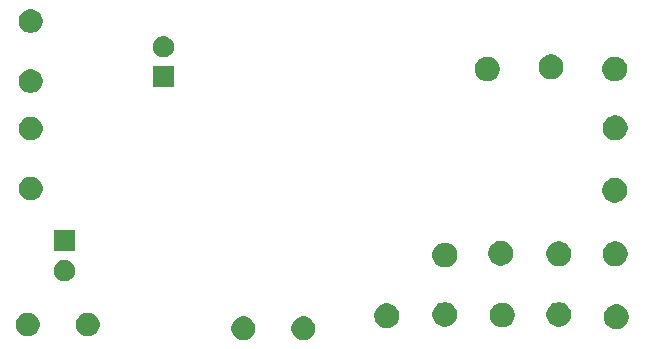
<source format=gbr>
G04 #@! TF.GenerationSoftware,KiCad,Pcbnew,(5.1.5-0)*
G04 #@! TF.CreationDate,2020-04-26T22:39:23-07:00*
G04 #@! TF.ProjectId,Solar-Battery-Charger,536f6c61-722d-4426-9174-746572792d43,rev?*
G04 #@! TF.SameCoordinates,Original*
G04 #@! TF.FileFunction,Soldermask,Bot*
G04 #@! TF.FilePolarity,Negative*
%FSLAX46Y46*%
G04 Gerber Fmt 4.6, Leading zero omitted, Abs format (unit mm)*
G04 Created by KiCad (PCBNEW (5.1.5-0)) date 2020-04-26 22:39:23*
%MOMM*%
%LPD*%
G04 APERTURE LIST*
%ADD10C,0.100000*%
G04 APERTURE END LIST*
D10*
G36*
X203478825Y-116197588D02*
G01*
X203645110Y-116230663D01*
X203827736Y-116306309D01*
X203992094Y-116416130D01*
X204131870Y-116555906D01*
X204241691Y-116720264D01*
X204317337Y-116902890D01*
X204344174Y-117037811D01*
X204352208Y-117078200D01*
X204355900Y-117096764D01*
X204355900Y-117294436D01*
X204317337Y-117488310D01*
X204241691Y-117670936D01*
X204131870Y-117835294D01*
X203992094Y-117975070D01*
X203827736Y-118084891D01*
X203645110Y-118160537D01*
X203478825Y-118193612D01*
X203451237Y-118199100D01*
X203253563Y-118199100D01*
X203225975Y-118193612D01*
X203059690Y-118160537D01*
X202877064Y-118084891D01*
X202712706Y-117975070D01*
X202572930Y-117835294D01*
X202463109Y-117670936D01*
X202387463Y-117488310D01*
X202348900Y-117294436D01*
X202348900Y-117096764D01*
X202352593Y-117078200D01*
X202360626Y-117037811D01*
X202387463Y-116902890D01*
X202463109Y-116720264D01*
X202572930Y-116555906D01*
X202712706Y-116416130D01*
X202877064Y-116306309D01*
X203059690Y-116230663D01*
X203225975Y-116197588D01*
X203253563Y-116192100D01*
X203451237Y-116192100D01*
X203478825Y-116197588D01*
G37*
G36*
X198398825Y-116197588D02*
G01*
X198565110Y-116230663D01*
X198747736Y-116306309D01*
X198912094Y-116416130D01*
X199051870Y-116555906D01*
X199161691Y-116720264D01*
X199237337Y-116902890D01*
X199264174Y-117037811D01*
X199272208Y-117078200D01*
X199275900Y-117096764D01*
X199275900Y-117294436D01*
X199237337Y-117488310D01*
X199161691Y-117670936D01*
X199051870Y-117835294D01*
X198912094Y-117975070D01*
X198747736Y-118084891D01*
X198565110Y-118160537D01*
X198398825Y-118193612D01*
X198371237Y-118199100D01*
X198173563Y-118199100D01*
X198145975Y-118193612D01*
X197979690Y-118160537D01*
X197797064Y-118084891D01*
X197632706Y-117975070D01*
X197492930Y-117835294D01*
X197383109Y-117670936D01*
X197307463Y-117488310D01*
X197268900Y-117294436D01*
X197268900Y-117096764D01*
X197272593Y-117078200D01*
X197280626Y-117037811D01*
X197307463Y-116902890D01*
X197383109Y-116720264D01*
X197492930Y-116555906D01*
X197632706Y-116416130D01*
X197797064Y-116306309D01*
X197979690Y-116230663D01*
X198145975Y-116197588D01*
X198173563Y-116192100D01*
X198371237Y-116192100D01*
X198398825Y-116197588D01*
G37*
G36*
X180161625Y-115892788D02*
G01*
X180327910Y-115925863D01*
X180510536Y-116001509D01*
X180674894Y-116111330D01*
X180814670Y-116251106D01*
X180924491Y-116415464D01*
X181000137Y-116598090D01*
X181038700Y-116791964D01*
X181038700Y-116989636D01*
X181000137Y-117183510D01*
X180924491Y-117366136D01*
X180814670Y-117530494D01*
X180674894Y-117670270D01*
X180510536Y-117780091D01*
X180327910Y-117855737D01*
X180161625Y-117888812D01*
X180134037Y-117894300D01*
X179936363Y-117894300D01*
X179908775Y-117888812D01*
X179742490Y-117855737D01*
X179559864Y-117780091D01*
X179395506Y-117670270D01*
X179255730Y-117530494D01*
X179145909Y-117366136D01*
X179070263Y-117183510D01*
X179031700Y-116989636D01*
X179031700Y-116791964D01*
X179070263Y-116598090D01*
X179145909Y-116415464D01*
X179255730Y-116251106D01*
X179395506Y-116111330D01*
X179559864Y-116001509D01*
X179742490Y-115925863D01*
X179908775Y-115892788D01*
X179936363Y-115887300D01*
X180134037Y-115887300D01*
X180161625Y-115892788D01*
G37*
G36*
X185241625Y-115892788D02*
G01*
X185407910Y-115925863D01*
X185590536Y-116001509D01*
X185754894Y-116111330D01*
X185894670Y-116251106D01*
X186004491Y-116415464D01*
X186080137Y-116598090D01*
X186118700Y-116791964D01*
X186118700Y-116989636D01*
X186080137Y-117183510D01*
X186004491Y-117366136D01*
X185894670Y-117530494D01*
X185754894Y-117670270D01*
X185590536Y-117780091D01*
X185407910Y-117855737D01*
X185241625Y-117888812D01*
X185214037Y-117894300D01*
X185016363Y-117894300D01*
X184988775Y-117888812D01*
X184822490Y-117855737D01*
X184639864Y-117780091D01*
X184475506Y-117670270D01*
X184335730Y-117530494D01*
X184225909Y-117366136D01*
X184150263Y-117183510D01*
X184111700Y-116989636D01*
X184111700Y-116791964D01*
X184150263Y-116598090D01*
X184225909Y-116415464D01*
X184335730Y-116251106D01*
X184475506Y-116111330D01*
X184639864Y-116001509D01*
X184822490Y-115925863D01*
X184988775Y-115892788D01*
X185016363Y-115887300D01*
X185214037Y-115887300D01*
X185241625Y-115892788D01*
G37*
G36*
X230176564Y-115219789D02*
G01*
X230277589Y-115261635D01*
X230367835Y-115299016D01*
X230539973Y-115414035D01*
X230686365Y-115560427D01*
X230793413Y-115720635D01*
X230801385Y-115732567D01*
X230880611Y-115923836D01*
X230921000Y-116126884D01*
X230921000Y-116333916D01*
X230880611Y-116536964D01*
X230855291Y-116598091D01*
X230801384Y-116728235D01*
X230686365Y-116900373D01*
X230539973Y-117046765D01*
X230367835Y-117161784D01*
X230367834Y-117161785D01*
X230367833Y-117161785D01*
X230176564Y-117241011D01*
X229973516Y-117281400D01*
X229766484Y-117281400D01*
X229563436Y-117241011D01*
X229372167Y-117161785D01*
X229372166Y-117161785D01*
X229372165Y-117161784D01*
X229200027Y-117046765D01*
X229053635Y-116900373D01*
X228938616Y-116728235D01*
X228884709Y-116598091D01*
X228859389Y-116536964D01*
X228819000Y-116333916D01*
X228819000Y-116126884D01*
X228859389Y-115923836D01*
X228938615Y-115732567D01*
X228946588Y-115720635D01*
X229053635Y-115560427D01*
X229200027Y-115414035D01*
X229372165Y-115299016D01*
X229462411Y-115261635D01*
X229563436Y-115219789D01*
X229766484Y-115179400D01*
X229973516Y-115179400D01*
X230176564Y-115219789D01*
G37*
G36*
X210720164Y-115118189D02*
G01*
X210911433Y-115197415D01*
X210911435Y-115197416D01*
X211083573Y-115312435D01*
X211229965Y-115458827D01*
X211311041Y-115580165D01*
X211344985Y-115630967D01*
X211424211Y-115822236D01*
X211464600Y-116025284D01*
X211464600Y-116232316D01*
X211424211Y-116435364D01*
X211374281Y-116555906D01*
X211344984Y-116626635D01*
X211229965Y-116798773D01*
X211083573Y-116945165D01*
X210911435Y-117060184D01*
X210911434Y-117060185D01*
X210911433Y-117060185D01*
X210720164Y-117139411D01*
X210517116Y-117179800D01*
X210310084Y-117179800D01*
X210107036Y-117139411D01*
X209915767Y-117060185D01*
X209915766Y-117060185D01*
X209915765Y-117060184D01*
X209743627Y-116945165D01*
X209597235Y-116798773D01*
X209482216Y-116626635D01*
X209452919Y-116555906D01*
X209402989Y-116435364D01*
X209362600Y-116232316D01*
X209362600Y-116025284D01*
X209402989Y-115822236D01*
X209482215Y-115630967D01*
X209516160Y-115580165D01*
X209597235Y-115458827D01*
X209743627Y-115312435D01*
X209915765Y-115197416D01*
X209915767Y-115197415D01*
X210107036Y-115118189D01*
X210310084Y-115077800D01*
X210517116Y-115077800D01*
X210720164Y-115118189D01*
G37*
G36*
X220524564Y-115067389D02*
G01*
X220715833Y-115146615D01*
X220715835Y-115146616D01*
X220887973Y-115261635D01*
X221034365Y-115408027D01*
X221115441Y-115529365D01*
X221149385Y-115580167D01*
X221228611Y-115771436D01*
X221269000Y-115974484D01*
X221269000Y-116181516D01*
X221228611Y-116384564D01*
X221157639Y-116555906D01*
X221149384Y-116575835D01*
X221034365Y-116747973D01*
X220887973Y-116894365D01*
X220715835Y-117009384D01*
X220715834Y-117009385D01*
X220715833Y-117009385D01*
X220524564Y-117088611D01*
X220321516Y-117129000D01*
X220114484Y-117129000D01*
X219911436Y-117088611D01*
X219720167Y-117009385D01*
X219720166Y-117009385D01*
X219720165Y-117009384D01*
X219548027Y-116894365D01*
X219401635Y-116747973D01*
X219286616Y-116575835D01*
X219278361Y-116555906D01*
X219207389Y-116384564D01*
X219167000Y-116181516D01*
X219167000Y-115974484D01*
X219207389Y-115771436D01*
X219286615Y-115580167D01*
X219320560Y-115529365D01*
X219401635Y-115408027D01*
X219548027Y-115261635D01*
X219720165Y-115146616D01*
X219720167Y-115146615D01*
X219911436Y-115067389D01*
X220114484Y-115027000D01*
X220321516Y-115027000D01*
X220524564Y-115067389D01*
G37*
G36*
X225299764Y-115016589D02*
G01*
X225491033Y-115095815D01*
X225491035Y-115095816D01*
X225616127Y-115179400D01*
X225663173Y-115210835D01*
X225809565Y-115357227D01*
X225924585Y-115529367D01*
X226003811Y-115720636D01*
X226044200Y-115923684D01*
X226044200Y-116130716D01*
X226003811Y-116333764D01*
X225924585Y-116525033D01*
X225924584Y-116525035D01*
X225809565Y-116697173D01*
X225663173Y-116843565D01*
X225491035Y-116958584D01*
X225491034Y-116958585D01*
X225491033Y-116958585D01*
X225299764Y-117037811D01*
X225096716Y-117078200D01*
X224889684Y-117078200D01*
X224686636Y-117037811D01*
X224495367Y-116958585D01*
X224495366Y-116958585D01*
X224495365Y-116958584D01*
X224323227Y-116843565D01*
X224176835Y-116697173D01*
X224061816Y-116525035D01*
X224061815Y-116525033D01*
X223982589Y-116333764D01*
X223942200Y-116130716D01*
X223942200Y-115923684D01*
X223982589Y-115720636D01*
X224061815Y-115529367D01*
X224176835Y-115357227D01*
X224323227Y-115210835D01*
X224370273Y-115179400D01*
X224495365Y-115095816D01*
X224495367Y-115095815D01*
X224686636Y-115016589D01*
X224889684Y-114976200D01*
X225096716Y-114976200D01*
X225299764Y-115016589D01*
G37*
G36*
X215647764Y-115016589D02*
G01*
X215839033Y-115095815D01*
X215839035Y-115095816D01*
X215964127Y-115179400D01*
X216011173Y-115210835D01*
X216157565Y-115357227D01*
X216272585Y-115529367D01*
X216351811Y-115720636D01*
X216392200Y-115923684D01*
X216392200Y-116130716D01*
X216351811Y-116333764D01*
X216272585Y-116525033D01*
X216272584Y-116525035D01*
X216157565Y-116697173D01*
X216011173Y-116843565D01*
X215839035Y-116958584D01*
X215839034Y-116958585D01*
X215839033Y-116958585D01*
X215647764Y-117037811D01*
X215444716Y-117078200D01*
X215237684Y-117078200D01*
X215034636Y-117037811D01*
X214843367Y-116958585D01*
X214843366Y-116958585D01*
X214843365Y-116958584D01*
X214671227Y-116843565D01*
X214524835Y-116697173D01*
X214409816Y-116525035D01*
X214409815Y-116525033D01*
X214330589Y-116333764D01*
X214290200Y-116130716D01*
X214290200Y-115923684D01*
X214330589Y-115720636D01*
X214409815Y-115529367D01*
X214524835Y-115357227D01*
X214671227Y-115210835D01*
X214718273Y-115179400D01*
X214843365Y-115095816D01*
X214843367Y-115095815D01*
X215034636Y-115016589D01*
X215237684Y-114976200D01*
X215444716Y-114976200D01*
X215647764Y-115016589D01*
G37*
G36*
X183247512Y-111422727D02*
G01*
X183396812Y-111452424D01*
X183560784Y-111520344D01*
X183708354Y-111618947D01*
X183833853Y-111744446D01*
X183932456Y-111892016D01*
X184000376Y-112055988D01*
X184035000Y-112230059D01*
X184035000Y-112407541D01*
X184000376Y-112581612D01*
X183932456Y-112745584D01*
X183833853Y-112893154D01*
X183708354Y-113018653D01*
X183560784Y-113117256D01*
X183396812Y-113185176D01*
X183247512Y-113214873D01*
X183222742Y-113219800D01*
X183045258Y-113219800D01*
X183020488Y-113214873D01*
X182871188Y-113185176D01*
X182707216Y-113117256D01*
X182559646Y-113018653D01*
X182434147Y-112893154D01*
X182335544Y-112745584D01*
X182267624Y-112581612D01*
X182233000Y-112407541D01*
X182233000Y-112230059D01*
X182267624Y-112055988D01*
X182335544Y-111892016D01*
X182434147Y-111744446D01*
X182559646Y-111618947D01*
X182707216Y-111520344D01*
X182871188Y-111452424D01*
X183020488Y-111422727D01*
X183045258Y-111417800D01*
X183222742Y-111417800D01*
X183247512Y-111422727D01*
G37*
G36*
X215647764Y-109987389D02*
G01*
X215748789Y-110029235D01*
X215839035Y-110066616D01*
X216011173Y-110181635D01*
X216157565Y-110328027D01*
X216170754Y-110347765D01*
X216272585Y-110500167D01*
X216351811Y-110691436D01*
X216392200Y-110894484D01*
X216392200Y-111101516D01*
X216351811Y-111304564D01*
X216290565Y-111452425D01*
X216272584Y-111495835D01*
X216157565Y-111667973D01*
X216011173Y-111814365D01*
X215839035Y-111929384D01*
X215839034Y-111929385D01*
X215839033Y-111929385D01*
X215647764Y-112008611D01*
X215444716Y-112049000D01*
X215237684Y-112049000D01*
X215034636Y-112008611D01*
X214843367Y-111929385D01*
X214843366Y-111929385D01*
X214843365Y-111929384D01*
X214671227Y-111814365D01*
X214524835Y-111667973D01*
X214409816Y-111495835D01*
X214391835Y-111452425D01*
X214330589Y-111304564D01*
X214290200Y-111101516D01*
X214290200Y-110894484D01*
X214330589Y-110691436D01*
X214409815Y-110500167D01*
X214511647Y-110347765D01*
X214524835Y-110328027D01*
X214671227Y-110181635D01*
X214843365Y-110066616D01*
X214933611Y-110029235D01*
X215034636Y-109987389D01*
X215237684Y-109947000D01*
X215444716Y-109947000D01*
X215647764Y-109987389D01*
G37*
G36*
X230074964Y-109885789D02*
G01*
X230266233Y-109965015D01*
X230266235Y-109965016D01*
X230438373Y-110080035D01*
X230584765Y-110226427D01*
X230665841Y-110347765D01*
X230699785Y-110398567D01*
X230779011Y-110589836D01*
X230819400Y-110792884D01*
X230819400Y-110999916D01*
X230779011Y-111202964D01*
X230720827Y-111343433D01*
X230699784Y-111394235D01*
X230584765Y-111566373D01*
X230438373Y-111712765D01*
X230266235Y-111827784D01*
X230266234Y-111827785D01*
X230266233Y-111827785D01*
X230074964Y-111907011D01*
X229871916Y-111947400D01*
X229664884Y-111947400D01*
X229461836Y-111907011D01*
X229270567Y-111827785D01*
X229270566Y-111827785D01*
X229270565Y-111827784D01*
X229098427Y-111712765D01*
X228952035Y-111566373D01*
X228837016Y-111394235D01*
X228815973Y-111343433D01*
X228757789Y-111202964D01*
X228717400Y-110999916D01*
X228717400Y-110792884D01*
X228757789Y-110589836D01*
X228837015Y-110398567D01*
X228870960Y-110347765D01*
X228952035Y-110226427D01*
X229098427Y-110080035D01*
X229270565Y-109965016D01*
X229270567Y-109965015D01*
X229461836Y-109885789D01*
X229664884Y-109845400D01*
X229871916Y-109845400D01*
X230074964Y-109885789D01*
G37*
G36*
X225299764Y-109885789D02*
G01*
X225491033Y-109965015D01*
X225491035Y-109965016D01*
X225663173Y-110080035D01*
X225809565Y-110226427D01*
X225890641Y-110347765D01*
X225924585Y-110398567D01*
X226003811Y-110589836D01*
X226044200Y-110792884D01*
X226044200Y-110999916D01*
X226003811Y-111202964D01*
X225945627Y-111343433D01*
X225924584Y-111394235D01*
X225809565Y-111566373D01*
X225663173Y-111712765D01*
X225491035Y-111827784D01*
X225491034Y-111827785D01*
X225491033Y-111827785D01*
X225299764Y-111907011D01*
X225096716Y-111947400D01*
X224889684Y-111947400D01*
X224686636Y-111907011D01*
X224495367Y-111827785D01*
X224495366Y-111827785D01*
X224495365Y-111827784D01*
X224323227Y-111712765D01*
X224176835Y-111566373D01*
X224061816Y-111394235D01*
X224040773Y-111343433D01*
X223982589Y-111202964D01*
X223942200Y-110999916D01*
X223942200Y-110792884D01*
X223982589Y-110589836D01*
X224061815Y-110398567D01*
X224095760Y-110347765D01*
X224176835Y-110226427D01*
X224323227Y-110080035D01*
X224495365Y-109965016D01*
X224495367Y-109965015D01*
X224686636Y-109885789D01*
X224889684Y-109845400D01*
X225096716Y-109845400D01*
X225299764Y-109885789D01*
G37*
G36*
X220372164Y-109834989D02*
G01*
X220563433Y-109914215D01*
X220563435Y-109914216D01*
X220735573Y-110029235D01*
X220881965Y-110175627D01*
X220996985Y-110347767D01*
X221076211Y-110539036D01*
X221116600Y-110742084D01*
X221116600Y-110949116D01*
X221076211Y-111152164D01*
X220996985Y-111343433D01*
X220996984Y-111343435D01*
X220881965Y-111515573D01*
X220735573Y-111661965D01*
X220563435Y-111776984D01*
X220563434Y-111776985D01*
X220563433Y-111776985D01*
X220372164Y-111856211D01*
X220169116Y-111896600D01*
X219962084Y-111896600D01*
X219759036Y-111856211D01*
X219567767Y-111776985D01*
X219567766Y-111776985D01*
X219567765Y-111776984D01*
X219395627Y-111661965D01*
X219249235Y-111515573D01*
X219134216Y-111343435D01*
X219134215Y-111343433D01*
X219054989Y-111152164D01*
X219014600Y-110949116D01*
X219014600Y-110742084D01*
X219054989Y-110539036D01*
X219134215Y-110347767D01*
X219249235Y-110175627D01*
X219395627Y-110029235D01*
X219567765Y-109914216D01*
X219567767Y-109914215D01*
X219759036Y-109834989D01*
X219962084Y-109794600D01*
X220169116Y-109794600D01*
X220372164Y-109834989D01*
G37*
G36*
X184035000Y-110679800D02*
G01*
X182233000Y-110679800D01*
X182233000Y-108877800D01*
X184035000Y-108877800D01*
X184035000Y-110679800D01*
G37*
G36*
X230024164Y-104500989D02*
G01*
X230214262Y-104579730D01*
X230215435Y-104580216D01*
X230387573Y-104695235D01*
X230533965Y-104841627D01*
X230648985Y-105013767D01*
X230728211Y-105205036D01*
X230768600Y-105408084D01*
X230768600Y-105615116D01*
X230728211Y-105818164D01*
X230653351Y-105998892D01*
X230648984Y-106009435D01*
X230533965Y-106181573D01*
X230387573Y-106327965D01*
X230215435Y-106442984D01*
X230215434Y-106442985D01*
X230215433Y-106442985D01*
X230024164Y-106522211D01*
X229821116Y-106562600D01*
X229614084Y-106562600D01*
X229411036Y-106522211D01*
X229219767Y-106442985D01*
X229219766Y-106442985D01*
X229219765Y-106442984D01*
X229047627Y-106327965D01*
X228901235Y-106181573D01*
X228786216Y-106009435D01*
X228781849Y-105998892D01*
X228706989Y-105818164D01*
X228666600Y-105615116D01*
X228666600Y-105408084D01*
X228706989Y-105205036D01*
X228786215Y-105013767D01*
X228901235Y-104841627D01*
X229047627Y-104695235D01*
X229219765Y-104580216D01*
X229220938Y-104579730D01*
X229411036Y-104500989D01*
X229614084Y-104460600D01*
X229821116Y-104460600D01*
X230024164Y-104500989D01*
G37*
G36*
X180415625Y-104361188D02*
G01*
X180581910Y-104394263D01*
X180764536Y-104469909D01*
X180928894Y-104579730D01*
X181068670Y-104719506D01*
X181178491Y-104883864D01*
X181254137Y-105066490D01*
X181292700Y-105260364D01*
X181292700Y-105458036D01*
X181254137Y-105651910D01*
X181178491Y-105834536D01*
X181068670Y-105998894D01*
X180928894Y-106138670D01*
X180764536Y-106248491D01*
X180581910Y-106324137D01*
X180415625Y-106357212D01*
X180388037Y-106362700D01*
X180190363Y-106362700D01*
X180162775Y-106357212D01*
X179996490Y-106324137D01*
X179813864Y-106248491D01*
X179649506Y-106138670D01*
X179509730Y-105998894D01*
X179399909Y-105834536D01*
X179324263Y-105651910D01*
X179285700Y-105458036D01*
X179285700Y-105260364D01*
X179324263Y-105066490D01*
X179399909Y-104883864D01*
X179509730Y-104719506D01*
X179649506Y-104579730D01*
X179813864Y-104469909D01*
X179996490Y-104394263D01*
X180162775Y-104361188D01*
X180190363Y-104355700D01*
X180388037Y-104355700D01*
X180415625Y-104361188D01*
G37*
G36*
X180415625Y-99281188D02*
G01*
X180581910Y-99314263D01*
X180764536Y-99389909D01*
X180928894Y-99499730D01*
X181068670Y-99639506D01*
X181178491Y-99803864D01*
X181254137Y-99986490D01*
X181292700Y-100180364D01*
X181292700Y-100378036D01*
X181254137Y-100571910D01*
X181178491Y-100754536D01*
X181068670Y-100918894D01*
X180928894Y-101058670D01*
X180764536Y-101168491D01*
X180581910Y-101244137D01*
X180415625Y-101277212D01*
X180388037Y-101282700D01*
X180190363Y-101282700D01*
X180162775Y-101277212D01*
X179996490Y-101244137D01*
X179813864Y-101168491D01*
X179649506Y-101058670D01*
X179509730Y-100918894D01*
X179399909Y-100754536D01*
X179324263Y-100571910D01*
X179285700Y-100378036D01*
X179285700Y-100180364D01*
X179324263Y-99986490D01*
X179399909Y-99803864D01*
X179509730Y-99639506D01*
X179649506Y-99499730D01*
X179813864Y-99389909D01*
X179996490Y-99314263D01*
X180162775Y-99281188D01*
X180190363Y-99275700D01*
X180388037Y-99275700D01*
X180415625Y-99281188D01*
G37*
G36*
X230074964Y-99217789D02*
G01*
X230266233Y-99297015D01*
X230266235Y-99297016D01*
X230438373Y-99412035D01*
X230584765Y-99558427D01*
X230638942Y-99639508D01*
X230699785Y-99730567D01*
X230779011Y-99921836D01*
X230819400Y-100124884D01*
X230819400Y-100331916D01*
X230779011Y-100534964D01*
X230699785Y-100726233D01*
X230699784Y-100726235D01*
X230584765Y-100898373D01*
X230438373Y-101044765D01*
X230266235Y-101159784D01*
X230266234Y-101159785D01*
X230266233Y-101159785D01*
X230074964Y-101239011D01*
X229871916Y-101279400D01*
X229664884Y-101279400D01*
X229461836Y-101239011D01*
X229270567Y-101159785D01*
X229270566Y-101159785D01*
X229270565Y-101159784D01*
X229098427Y-101044765D01*
X228952035Y-100898373D01*
X228837016Y-100726235D01*
X228837015Y-100726233D01*
X228757789Y-100534964D01*
X228717400Y-100331916D01*
X228717400Y-100124884D01*
X228757789Y-99921836D01*
X228837015Y-99730567D01*
X228897859Y-99639508D01*
X228952035Y-99558427D01*
X229098427Y-99412035D01*
X229270565Y-99297016D01*
X229270567Y-99297015D01*
X229461836Y-99217789D01*
X229664884Y-99177400D01*
X229871916Y-99177400D01*
X230074964Y-99217789D01*
G37*
G36*
X180415625Y-95267988D02*
G01*
X180581910Y-95301063D01*
X180764536Y-95376709D01*
X180928894Y-95486530D01*
X181068670Y-95626306D01*
X181178491Y-95790664D01*
X181254137Y-95973290D01*
X181292700Y-96167164D01*
X181292700Y-96364836D01*
X181254137Y-96558710D01*
X181178491Y-96741336D01*
X181068670Y-96905694D01*
X180928894Y-97045470D01*
X180764536Y-97155291D01*
X180581910Y-97230937D01*
X180415625Y-97264012D01*
X180388037Y-97269500D01*
X180190363Y-97269500D01*
X180162775Y-97264012D01*
X179996490Y-97230937D01*
X179813864Y-97155291D01*
X179649506Y-97045470D01*
X179509730Y-96905694D01*
X179399909Y-96741336D01*
X179324263Y-96558710D01*
X179285700Y-96364836D01*
X179285700Y-96167164D01*
X179324263Y-95973290D01*
X179399909Y-95790664D01*
X179509730Y-95626306D01*
X179649506Y-95486530D01*
X179813864Y-95376709D01*
X179996490Y-95301063D01*
X180162775Y-95267988D01*
X180190363Y-95262500D01*
X180388037Y-95262500D01*
X180415625Y-95267988D01*
G37*
G36*
X192417000Y-96811400D02*
G01*
X190615000Y-96811400D01*
X190615000Y-95009400D01*
X192417000Y-95009400D01*
X192417000Y-96811400D01*
G37*
G36*
X219254564Y-94239389D02*
G01*
X219445833Y-94318615D01*
X219445835Y-94318616D01*
X219617973Y-94433635D01*
X219764365Y-94580027D01*
X219871413Y-94740235D01*
X219879385Y-94752167D01*
X219958611Y-94943436D01*
X219999000Y-95146484D01*
X219999000Y-95353516D01*
X219958611Y-95556564D01*
X219929723Y-95626306D01*
X219879384Y-95747835D01*
X219764365Y-95919973D01*
X219617973Y-96066365D01*
X219445835Y-96181384D01*
X219445834Y-96181385D01*
X219445833Y-96181385D01*
X219254564Y-96260611D01*
X219051516Y-96301000D01*
X218844484Y-96301000D01*
X218641436Y-96260611D01*
X218450167Y-96181385D01*
X218450166Y-96181385D01*
X218450165Y-96181384D01*
X218278027Y-96066365D01*
X218131635Y-95919973D01*
X218016616Y-95747835D01*
X217966277Y-95626306D01*
X217937389Y-95556564D01*
X217897000Y-95353516D01*
X217897000Y-95146484D01*
X217937389Y-94943436D01*
X218016615Y-94752167D01*
X218024588Y-94740235D01*
X218131635Y-94580027D01*
X218278027Y-94433635D01*
X218450165Y-94318616D01*
X218450167Y-94318615D01*
X218641436Y-94239389D01*
X218844484Y-94199000D01*
X219051516Y-94199000D01*
X219254564Y-94239389D01*
G37*
G36*
X230024164Y-94239389D02*
G01*
X230215433Y-94318615D01*
X230215435Y-94318616D01*
X230387573Y-94433635D01*
X230533965Y-94580027D01*
X230641013Y-94740235D01*
X230648985Y-94752167D01*
X230728211Y-94943436D01*
X230768600Y-95146484D01*
X230768600Y-95353516D01*
X230728211Y-95556564D01*
X230699323Y-95626306D01*
X230648984Y-95747835D01*
X230533965Y-95919973D01*
X230387573Y-96066365D01*
X230215435Y-96181384D01*
X230215434Y-96181385D01*
X230215433Y-96181385D01*
X230024164Y-96260611D01*
X229821116Y-96301000D01*
X229614084Y-96301000D01*
X229411036Y-96260611D01*
X229219767Y-96181385D01*
X229219766Y-96181385D01*
X229219765Y-96181384D01*
X229047627Y-96066365D01*
X228901235Y-95919973D01*
X228786216Y-95747835D01*
X228735877Y-95626306D01*
X228706989Y-95556564D01*
X228666600Y-95353516D01*
X228666600Y-95146484D01*
X228706989Y-94943436D01*
X228786215Y-94752167D01*
X228794188Y-94740235D01*
X228901235Y-94580027D01*
X229047627Y-94433635D01*
X229219765Y-94318616D01*
X229219767Y-94318615D01*
X229411036Y-94239389D01*
X229614084Y-94199000D01*
X229821116Y-94199000D01*
X230024164Y-94239389D01*
G37*
G36*
X224639364Y-94036189D02*
G01*
X224830633Y-94115415D01*
X224830635Y-94115416D01*
X224955727Y-94199000D01*
X225002773Y-94230435D01*
X225149165Y-94376827D01*
X225264185Y-94548967D01*
X225343411Y-94740236D01*
X225383800Y-94943284D01*
X225383800Y-95150316D01*
X225343411Y-95353364D01*
X225333741Y-95376709D01*
X225264184Y-95544635D01*
X225149165Y-95716773D01*
X225002773Y-95863165D01*
X224830635Y-95978184D01*
X224830634Y-95978185D01*
X224830633Y-95978185D01*
X224639364Y-96057411D01*
X224436316Y-96097800D01*
X224229284Y-96097800D01*
X224026236Y-96057411D01*
X223834967Y-95978185D01*
X223834966Y-95978185D01*
X223834965Y-95978184D01*
X223662827Y-95863165D01*
X223516435Y-95716773D01*
X223401416Y-95544635D01*
X223331859Y-95376709D01*
X223322189Y-95353364D01*
X223281800Y-95150316D01*
X223281800Y-94943284D01*
X223322189Y-94740236D01*
X223401415Y-94548967D01*
X223516435Y-94376827D01*
X223662827Y-94230435D01*
X223709873Y-94199000D01*
X223834965Y-94115416D01*
X223834967Y-94115415D01*
X224026236Y-94036189D01*
X224229284Y-93995800D01*
X224436316Y-93995800D01*
X224639364Y-94036189D01*
G37*
G36*
X191629512Y-92474327D02*
G01*
X191778812Y-92504024D01*
X191942784Y-92571944D01*
X192090354Y-92670547D01*
X192215853Y-92796046D01*
X192314456Y-92943616D01*
X192382376Y-93107588D01*
X192417000Y-93281659D01*
X192417000Y-93459141D01*
X192382376Y-93633212D01*
X192314456Y-93797184D01*
X192215853Y-93944754D01*
X192090354Y-94070253D01*
X191942784Y-94168856D01*
X191778812Y-94236776D01*
X191629512Y-94266473D01*
X191604742Y-94271400D01*
X191427258Y-94271400D01*
X191402488Y-94266473D01*
X191253188Y-94236776D01*
X191089216Y-94168856D01*
X190941646Y-94070253D01*
X190816147Y-93944754D01*
X190717544Y-93797184D01*
X190649624Y-93633212D01*
X190615000Y-93459141D01*
X190615000Y-93281659D01*
X190649624Y-93107588D01*
X190717544Y-92943616D01*
X190816147Y-92796046D01*
X190941646Y-92670547D01*
X191089216Y-92571944D01*
X191253188Y-92504024D01*
X191402488Y-92474327D01*
X191427258Y-92469400D01*
X191604742Y-92469400D01*
X191629512Y-92474327D01*
G37*
G36*
X180415625Y-90187988D02*
G01*
X180581910Y-90221063D01*
X180764536Y-90296709D01*
X180928894Y-90406530D01*
X181068670Y-90546306D01*
X181178491Y-90710664D01*
X181254137Y-90893290D01*
X181292700Y-91087164D01*
X181292700Y-91284836D01*
X181254137Y-91478710D01*
X181178491Y-91661336D01*
X181068670Y-91825694D01*
X180928894Y-91965470D01*
X180764536Y-92075291D01*
X180581910Y-92150937D01*
X180415625Y-92184012D01*
X180388037Y-92189500D01*
X180190363Y-92189500D01*
X180162775Y-92184012D01*
X179996490Y-92150937D01*
X179813864Y-92075291D01*
X179649506Y-91965470D01*
X179509730Y-91825694D01*
X179399909Y-91661336D01*
X179324263Y-91478710D01*
X179285700Y-91284836D01*
X179285700Y-91087164D01*
X179324263Y-90893290D01*
X179399909Y-90710664D01*
X179509730Y-90546306D01*
X179649506Y-90406530D01*
X179813864Y-90296709D01*
X179996490Y-90221063D01*
X180162775Y-90187988D01*
X180190363Y-90182500D01*
X180388037Y-90182500D01*
X180415625Y-90187988D01*
G37*
M02*

</source>
